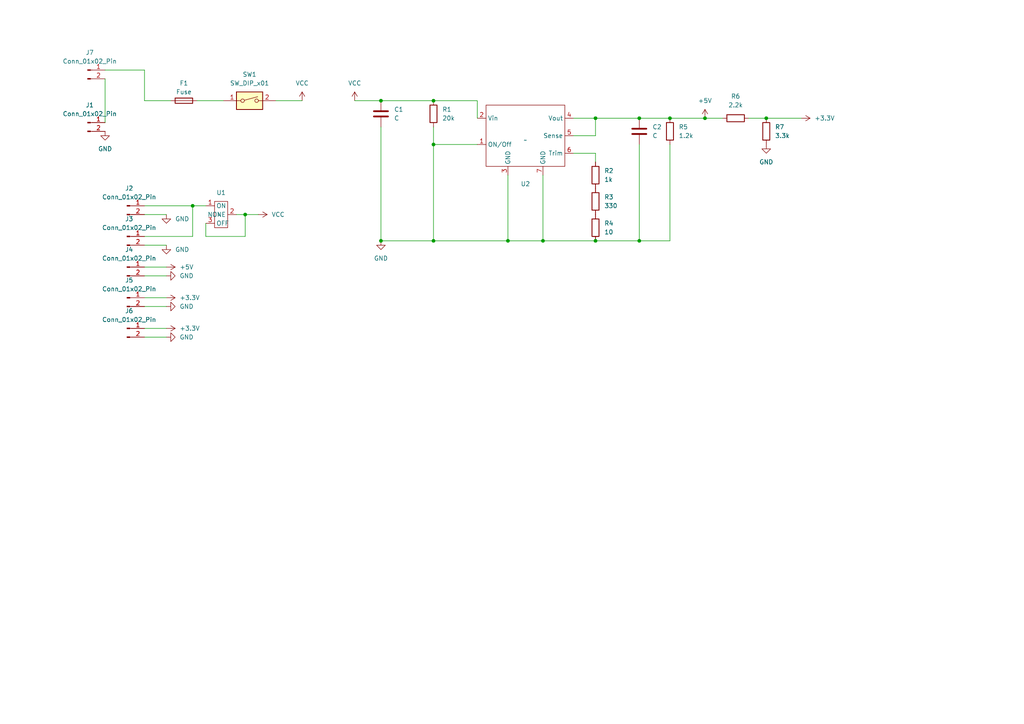
<source format=kicad_sch>
(kicad_sch (version 20230121) (generator eeschema)

  (uuid 7ce36aaa-a8a8-484e-a1da-24c0c4efb2bb)

  (paper "A4")

  (lib_symbols
    (symbol "@toguru:toguru" (in_bom yes) (on_board yes)
      (property "Reference" "U" (at 0 0 0)
        (effects (font (size 1.27 1.27)))
      )
      (property "Value" "" (at 0 0 0)
        (effects (font (size 1.27 1.27)))
      )
      (property "Footprint" "" (at 0 0 0)
        (effects (font (size 1.27 1.27)) hide)
      )
      (property "Datasheet" "" (at 0 0 0)
        (effects (font (size 1.27 1.27)) hide)
      )
      (symbol "toguru_0_1"
        (rectangle (start -3.81 2.54) (end 3.81 -1.27)
          (stroke (width 0) (type default))
          (fill (type none))
        )
      )
      (symbol "toguru_1_1"
        (pin passive line (at -2.54 -3.81 90) (length 2.54)
          (name "ON" (effects (font (size 1.27 1.27))))
          (number "1" (effects (font (size 1.27 1.27))))
        )
        (pin passive line (at 0 5.08 270) (length 2.54)
          (name "NONE" (effects (font (size 1.27 1.27))))
          (number "2" (effects (font (size 1.27 1.27))))
        )
        (pin passive line (at 2.54 -3.81 90) (length 2.54)
          (name "OFF" (effects (font (size 1.27 1.27))))
          (number "3" (effects (font (size 1.27 1.27))))
        )
      )
    )
    (symbol "Connector:Conn_01x02_Pin" (pin_names (offset 1.016) hide) (in_bom yes) (on_board yes)
      (property "Reference" "J" (at 0 2.54 0)
        (effects (font (size 1.27 1.27)))
      )
      (property "Value" "Conn_01x02_Pin" (at 0 -5.08 0)
        (effects (font (size 1.27 1.27)))
      )
      (property "Footprint" "" (at 0 0 0)
        (effects (font (size 1.27 1.27)) hide)
      )
      (property "Datasheet" "~" (at 0 0 0)
        (effects (font (size 1.27 1.27)) hide)
      )
      (property "ki_locked" "" (at 0 0 0)
        (effects (font (size 1.27 1.27)))
      )
      (property "ki_keywords" "connector" (at 0 0 0)
        (effects (font (size 1.27 1.27)) hide)
      )
      (property "ki_description" "Generic connector, single row, 01x02, script generated" (at 0 0 0)
        (effects (font (size 1.27 1.27)) hide)
      )
      (property "ki_fp_filters" "Connector*:*_1x??_*" (at 0 0 0)
        (effects (font (size 1.27 1.27)) hide)
      )
      (symbol "Conn_01x02_Pin_1_1"
        (polyline
          (pts
            (xy 1.27 -2.54)
            (xy 0.8636 -2.54)
          )
          (stroke (width 0.1524) (type default))
          (fill (type none))
        )
        (polyline
          (pts
            (xy 1.27 0)
            (xy 0.8636 0)
          )
          (stroke (width 0.1524) (type default))
          (fill (type none))
        )
        (rectangle (start 0.8636 -2.413) (end 0 -2.667)
          (stroke (width 0.1524) (type default))
          (fill (type outline))
        )
        (rectangle (start 0.8636 0.127) (end 0 -0.127)
          (stroke (width 0.1524) (type default))
          (fill (type outline))
        )
        (pin passive line (at 5.08 0 180) (length 3.81)
          (name "Pin_1" (effects (font (size 1.27 1.27))))
          (number "1" (effects (font (size 1.27 1.27))))
        )
        (pin passive line (at 5.08 -2.54 180) (length 3.81)
          (name "Pin_2" (effects (font (size 1.27 1.27))))
          (number "2" (effects (font (size 1.27 1.27))))
        )
      )
    )
    (symbol "Device:C" (pin_numbers hide) (pin_names (offset 0.254)) (in_bom yes) (on_board yes)
      (property "Reference" "C" (at 0.635 2.54 0)
        (effects (font (size 1.27 1.27)) (justify left))
      )
      (property "Value" "C" (at 0.635 -2.54 0)
        (effects (font (size 1.27 1.27)) (justify left))
      )
      (property "Footprint" "" (at 0.9652 -3.81 0)
        (effects (font (size 1.27 1.27)) hide)
      )
      (property "Datasheet" "~" (at 0 0 0)
        (effects (font (size 1.27 1.27)) hide)
      )
      (property "ki_keywords" "cap capacitor" (at 0 0 0)
        (effects (font (size 1.27 1.27)) hide)
      )
      (property "ki_description" "Unpolarized capacitor" (at 0 0 0)
        (effects (font (size 1.27 1.27)) hide)
      )
      (property "ki_fp_filters" "C_*" (at 0 0 0)
        (effects (font (size 1.27 1.27)) hide)
      )
      (symbol "C_0_1"
        (polyline
          (pts
            (xy -2.032 -0.762)
            (xy 2.032 -0.762)
          )
          (stroke (width 0.508) (type default))
          (fill (type none))
        )
        (polyline
          (pts
            (xy -2.032 0.762)
            (xy 2.032 0.762)
          )
          (stroke (width 0.508) (type default))
          (fill (type none))
        )
      )
      (symbol "C_1_1"
        (pin passive line (at 0 3.81 270) (length 2.794)
          (name "~" (effects (font (size 1.27 1.27))))
          (number "1" (effects (font (size 1.27 1.27))))
        )
        (pin passive line (at 0 -3.81 90) (length 2.794)
          (name "~" (effects (font (size 1.27 1.27))))
          (number "2" (effects (font (size 1.27 1.27))))
        )
      )
    )
    (symbol "Device:Fuse" (pin_numbers hide) (pin_names (offset 0)) (in_bom yes) (on_board yes)
      (property "Reference" "F" (at 2.032 0 90)
        (effects (font (size 1.27 1.27)))
      )
      (property "Value" "Fuse" (at -1.905 0 90)
        (effects (font (size 1.27 1.27)))
      )
      (property "Footprint" "" (at -1.778 0 90)
        (effects (font (size 1.27 1.27)) hide)
      )
      (property "Datasheet" "~" (at 0 0 0)
        (effects (font (size 1.27 1.27)) hide)
      )
      (property "ki_keywords" "fuse" (at 0 0 0)
        (effects (font (size 1.27 1.27)) hide)
      )
      (property "ki_description" "Fuse" (at 0 0 0)
        (effects (font (size 1.27 1.27)) hide)
      )
      (property "ki_fp_filters" "*Fuse*" (at 0 0 0)
        (effects (font (size 1.27 1.27)) hide)
      )
      (symbol "Fuse_0_1"
        (rectangle (start -0.762 -2.54) (end 0.762 2.54)
          (stroke (width 0.254) (type default))
          (fill (type none))
        )
        (polyline
          (pts
            (xy 0 2.54)
            (xy 0 -2.54)
          )
          (stroke (width 0) (type default))
          (fill (type none))
        )
      )
      (symbol "Fuse_1_1"
        (pin passive line (at 0 3.81 270) (length 1.27)
          (name "~" (effects (font (size 1.27 1.27))))
          (number "1" (effects (font (size 1.27 1.27))))
        )
        (pin passive line (at 0 -3.81 90) (length 1.27)
          (name "~" (effects (font (size 1.27 1.27))))
          (number "2" (effects (font (size 1.27 1.27))))
        )
      )
    )
    (symbol "Device:R" (pin_numbers hide) (pin_names (offset 0)) (in_bom yes) (on_board yes)
      (property "Reference" "R" (at 2.032 0 90)
        (effects (font (size 1.27 1.27)))
      )
      (property "Value" "R" (at 0 0 90)
        (effects (font (size 1.27 1.27)))
      )
      (property "Footprint" "" (at -1.778 0 90)
        (effects (font (size 1.27 1.27)) hide)
      )
      (property "Datasheet" "~" (at 0 0 0)
        (effects (font (size 1.27 1.27)) hide)
      )
      (property "ki_keywords" "R res resistor" (at 0 0 0)
        (effects (font (size 1.27 1.27)) hide)
      )
      (property "ki_description" "Resistor" (at 0 0 0)
        (effects (font (size 1.27 1.27)) hide)
      )
      (property "ki_fp_filters" "R_*" (at 0 0 0)
        (effects (font (size 1.27 1.27)) hide)
      )
      (symbol "R_0_1"
        (rectangle (start -1.016 -2.54) (end 1.016 2.54)
          (stroke (width 0.254) (type default))
          (fill (type none))
        )
      )
      (symbol "R_1_1"
        (pin passive line (at 0 3.81 270) (length 1.27)
          (name "~" (effects (font (size 1.27 1.27))))
          (number "1" (effects (font (size 1.27 1.27))))
        )
        (pin passive line (at 0 -3.81 90) (length 1.27)
          (name "~" (effects (font (size 1.27 1.27))))
          (number "2" (effects (font (size 1.27 1.27))))
        )
      )
    )
    (symbol "Switch:SW_DIP_x01" (pin_names (offset 0) hide) (in_bom yes) (on_board yes)
      (property "Reference" "SW" (at 0 3.81 0)
        (effects (font (size 1.27 1.27)))
      )
      (property "Value" "SW_DIP_x01" (at 0 -3.81 0)
        (effects (font (size 1.27 1.27)))
      )
      (property "Footprint" "" (at 0 0 0)
        (effects (font (size 1.27 1.27)) hide)
      )
      (property "Datasheet" "~" (at 0 0 0)
        (effects (font (size 1.27 1.27)) hide)
      )
      (property "ki_keywords" "dip switch" (at 0 0 0)
        (effects (font (size 1.27 1.27)) hide)
      )
      (property "ki_description" "1x DIP Switch, Single Pole Single Throw (SPST) switch, small symbol" (at 0 0 0)
        (effects (font (size 1.27 1.27)) hide)
      )
      (property "ki_fp_filters" "SW?DIP?x1*" (at 0 0 0)
        (effects (font (size 1.27 1.27)) hide)
      )
      (symbol "SW_DIP_x01_0_0"
        (circle (center -2.032 0) (radius 0.508)
          (stroke (width 0) (type default))
          (fill (type none))
        )
        (polyline
          (pts
            (xy -1.524 0.127)
            (xy 2.3622 1.1684)
          )
          (stroke (width 0) (type default))
          (fill (type none))
        )
        (circle (center 2.032 0) (radius 0.508)
          (stroke (width 0) (type default))
          (fill (type none))
        )
      )
      (symbol "SW_DIP_x01_0_1"
        (rectangle (start -3.81 2.54) (end 3.81 -2.54)
          (stroke (width 0.254) (type default))
          (fill (type background))
        )
      )
      (symbol "SW_DIP_x01_1_1"
        (pin passive line (at -7.62 0 0) (length 5.08)
          (name "~" (effects (font (size 1.27 1.27))))
          (number "1" (effects (font (size 1.27 1.27))))
        )
        (pin passive line (at 7.62 0 180) (length 5.08)
          (name "~" (effects (font (size 1.27 1.27))))
          (number "2" (effects (font (size 1.27 1.27))))
        )
      )
    )
    (symbol "dcdc:dcdc" (in_bom yes) (on_board yes)
      (property "Reference" "U2" (at 0 -12.7 0)
        (effects (font (size 1.27 1.27)))
      )
      (property "Value" "~" (at 0 0 0)
        (effects (font (size 1.27 1.27)))
      )
      (property "Footprint" "" (at 0 0 0)
        (effects (font (size 1.27 1.27)) hide)
      )
      (property "Datasheet" "" (at 0 0 0)
        (effects (font (size 1.27 1.27)) hide)
      )
      (symbol "dcdc_0_1"
        (rectangle (start -11.43 10.16) (end 11.43 -7.62)
          (stroke (width 0) (type default))
          (fill (type none))
        )
      )
      (symbol "dcdc_1_1"
        (pin passive line (at -13.97 -1.27 0) (length 2.54)
          (name "ON/Off" (effects (font (size 1.27 1.27))))
          (number "1" (effects (font (size 1.27 1.27))))
        )
        (pin passive line (at -13.97 6.35 0) (length 2.54)
          (name "Vin" (effects (font (size 1.27 1.27))))
          (number "2" (effects (font (size 1.27 1.27))))
        )
        (pin passive line (at -5.08 -10.16 90) (length 2.54)
          (name "GND" (effects (font (size 1.27 1.27))))
          (number "3" (effects (font (size 1.27 1.27))))
        )
        (pin passive line (at 13.97 6.35 180) (length 2.54)
          (name "Vout" (effects (font (size 1.27 1.27))))
          (number "4" (effects (font (size 1.27 1.27))))
        )
        (pin passive line (at 13.97 1.27 180) (length 2.54)
          (name "Sense" (effects (font (size 1.27 1.27))))
          (number "5" (effects (font (size 1.27 1.27))))
        )
        (pin passive line (at 13.97 -3.81 180) (length 2.54)
          (name "Trim" (effects (font (size 1.27 1.27))))
          (number "6" (effects (font (size 1.27 1.27))))
        )
        (pin passive line (at 5.08 -10.16 90) (length 2.54)
          (name "GND" (effects (font (size 1.27 1.27))))
          (number "7" (effects (font (size 1.27 1.27))))
        )
      )
    )
    (symbol "power:+3.3V" (power) (pin_names (offset 0)) (in_bom yes) (on_board yes)
      (property "Reference" "#PWR" (at 0 -3.81 0)
        (effects (font (size 1.27 1.27)) hide)
      )
      (property "Value" "+3.3V" (at 0 3.556 0)
        (effects (font (size 1.27 1.27)))
      )
      (property "Footprint" "" (at 0 0 0)
        (effects (font (size 1.27 1.27)) hide)
      )
      (property "Datasheet" "" (at 0 0 0)
        (effects (font (size 1.27 1.27)) hide)
      )
      (property "ki_keywords" "global power" (at 0 0 0)
        (effects (font (size 1.27 1.27)) hide)
      )
      (property "ki_description" "Power symbol creates a global label with name \"+3.3V\"" (at 0 0 0)
        (effects (font (size 1.27 1.27)) hide)
      )
      (symbol "+3.3V_0_1"
        (polyline
          (pts
            (xy -0.762 1.27)
            (xy 0 2.54)
          )
          (stroke (width 0) (type default))
          (fill (type none))
        )
        (polyline
          (pts
            (xy 0 0)
            (xy 0 2.54)
          )
          (stroke (width 0) (type default))
          (fill (type none))
        )
        (polyline
          (pts
            (xy 0 2.54)
            (xy 0.762 1.27)
          )
          (stroke (width 0) (type default))
          (fill (type none))
        )
      )
      (symbol "+3.3V_1_1"
        (pin power_in line (at 0 0 90) (length 0) hide
          (name "+3.3V" (effects (font (size 1.27 1.27))))
          (number "1" (effects (font (size 1.27 1.27))))
        )
      )
    )
    (symbol "power:+5V" (power) (pin_names (offset 0)) (in_bom yes) (on_board yes)
      (property "Reference" "#PWR" (at 0 -3.81 0)
        (effects (font (size 1.27 1.27)) hide)
      )
      (property "Value" "+5V" (at 0 3.556 0)
        (effects (font (size 1.27 1.27)))
      )
      (property "Footprint" "" (at 0 0 0)
        (effects (font (size 1.27 1.27)) hide)
      )
      (property "Datasheet" "" (at 0 0 0)
        (effects (font (size 1.27 1.27)) hide)
      )
      (property "ki_keywords" "global power" (at 0 0 0)
        (effects (font (size 1.27 1.27)) hide)
      )
      (property "ki_description" "Power symbol creates a global label with name \"+5V\"" (at 0 0 0)
        (effects (font (size 1.27 1.27)) hide)
      )
      (symbol "+5V_0_1"
        (polyline
          (pts
            (xy -0.762 1.27)
            (xy 0 2.54)
          )
          (stroke (width 0) (type default))
          (fill (type none))
        )
        (polyline
          (pts
            (xy 0 0)
            (xy 0 2.54)
          )
          (stroke (width 0) (type default))
          (fill (type none))
        )
        (polyline
          (pts
            (xy 0 2.54)
            (xy 0.762 1.27)
          )
          (stroke (width 0) (type default))
          (fill (type none))
        )
      )
      (symbol "+5V_1_1"
        (pin power_in line (at 0 0 90) (length 0) hide
          (name "+5V" (effects (font (size 1.27 1.27))))
          (number "1" (effects (font (size 1.27 1.27))))
        )
      )
    )
    (symbol "power:GND" (power) (pin_names (offset 0)) (in_bom yes) (on_board yes)
      (property "Reference" "#PWR" (at 0 -6.35 0)
        (effects (font (size 1.27 1.27)) hide)
      )
      (property "Value" "GND" (at 0 -3.81 0)
        (effects (font (size 1.27 1.27)))
      )
      (property "Footprint" "" (at 0 0 0)
        (effects (font (size 1.27 1.27)) hide)
      )
      (property "Datasheet" "" (at 0 0 0)
        (effects (font (size 1.27 1.27)) hide)
      )
      (property "ki_keywords" "global power" (at 0 0 0)
        (effects (font (size 1.27 1.27)) hide)
      )
      (property "ki_description" "Power symbol creates a global label with name \"GND\" , ground" (at 0 0 0)
        (effects (font (size 1.27 1.27)) hide)
      )
      (symbol "GND_0_1"
        (polyline
          (pts
            (xy 0 0)
            (xy 0 -1.27)
            (xy 1.27 -1.27)
            (xy 0 -2.54)
            (xy -1.27 -1.27)
            (xy 0 -1.27)
          )
          (stroke (width 0) (type default))
          (fill (type none))
        )
      )
      (symbol "GND_1_1"
        (pin power_in line (at 0 0 270) (length 0) hide
          (name "GND" (effects (font (size 1.27 1.27))))
          (number "1" (effects (font (size 1.27 1.27))))
        )
      )
    )
    (symbol "power:VCC" (power) (pin_names (offset 0)) (in_bom yes) (on_board yes)
      (property "Reference" "#PWR" (at 0 -3.81 0)
        (effects (font (size 1.27 1.27)) hide)
      )
      (property "Value" "VCC" (at 0 3.81 0)
        (effects (font (size 1.27 1.27)))
      )
      (property "Footprint" "" (at 0 0 0)
        (effects (font (size 1.27 1.27)) hide)
      )
      (property "Datasheet" "" (at 0 0 0)
        (effects (font (size 1.27 1.27)) hide)
      )
      (property "ki_keywords" "global power" (at 0 0 0)
        (effects (font (size 1.27 1.27)) hide)
      )
      (property "ki_description" "Power symbol creates a global label with name \"VCC\"" (at 0 0 0)
        (effects (font (size 1.27 1.27)) hide)
      )
      (symbol "VCC_0_1"
        (polyline
          (pts
            (xy -0.762 1.27)
            (xy 0 2.54)
          )
          (stroke (width 0) (type default))
          (fill (type none))
        )
        (polyline
          (pts
            (xy 0 0)
            (xy 0 2.54)
          )
          (stroke (width 0) (type default))
          (fill (type none))
        )
        (polyline
          (pts
            (xy 0 2.54)
            (xy 0.762 1.27)
          )
          (stroke (width 0) (type default))
          (fill (type none))
        )
      )
      (symbol "VCC_1_1"
        (pin power_in line (at 0 0 90) (length 0) hide
          (name "VCC" (effects (font (size 1.27 1.27))))
          (number "1" (effects (font (size 1.27 1.27))))
        )
      )
    )
  )

  (junction (at 185.42 34.29) (diameter 0) (color 0 0 0 0)
    (uuid 0980e7b4-2772-412b-9062-03739f491a9f)
  )
  (junction (at 204.47 34.29) (diameter 0) (color 0 0 0 0)
    (uuid 0ee2d041-82c6-4eab-b8b7-f4a1e7e41ca6)
  )
  (junction (at 125.73 41.91) (diameter 0) (color 0 0 0 0)
    (uuid 1fa45590-229a-4a32-a618-8c44bb7bc49b)
  )
  (junction (at 55.88 59.69) (diameter 0) (color 0 0 0 0)
    (uuid 2b36c0b0-250b-4b47-a337-9cd7f5850c24)
  )
  (junction (at 110.49 29.21) (diameter 0) (color 0 0 0 0)
    (uuid 58e40b56-cf5d-4c03-81e3-61b4f37ade83)
  )
  (junction (at 125.73 29.21) (diameter 0) (color 0 0 0 0)
    (uuid 6b40e480-ad0a-4d2b-8a6d-0c31f998c2ff)
  )
  (junction (at 185.42 69.85) (diameter 0) (color 0 0 0 0)
    (uuid 6fc7fc59-6730-4276-bcba-24e259f5fe5f)
  )
  (junction (at 110.49 69.85) (diameter 0) (color 0 0 0 0)
    (uuid 7b6d464b-6a21-4af3-87f9-13578ff90e2a)
  )
  (junction (at 172.72 69.85) (diameter 0) (color 0 0 0 0)
    (uuid 87923ef3-e05b-4fd6-b716-7e5a73e78e34)
  )
  (junction (at 194.31 34.29) (diameter 0) (color 0 0 0 0)
    (uuid 8d79e606-b836-4cf6-a6a2-50b83b3072b0)
  )
  (junction (at 147.32 69.85) (diameter 0) (color 0 0 0 0)
    (uuid 92701c3b-5b4b-4f2b-8d7b-d053d2bdfda7)
  )
  (junction (at 157.48 69.85) (diameter 0) (color 0 0 0 0)
    (uuid 94a8c25d-244f-4ddb-b4b6-d63b3b113360)
  )
  (junction (at 125.73 69.85) (diameter 0) (color 0 0 0 0)
    (uuid a9100521-f684-42ac-b621-6950509ea56b)
  )
  (junction (at 222.25 34.29) (diameter 0) (color 0 0 0 0)
    (uuid af795ceb-3259-469c-9ac9-488705962abd)
  )
  (junction (at 172.72 34.29) (diameter 0) (color 0 0 0 0)
    (uuid b12a6f2a-d163-4a3c-9ce4-59b526209c03)
  )
  (junction (at 71.12 62.23) (diameter 0) (color 0 0 0 0)
    (uuid e67904f6-843b-4f2f-a4a4-ec10ceadff8f)
  )

  (wire (pts (xy 125.73 29.21) (xy 138.43 29.21))
    (stroke (width 0) (type default))
    (uuid 025fc161-e286-4c5e-ae99-42a40deed446)
  )
  (wire (pts (xy 41.91 95.25) (xy 48.26 95.25))
    (stroke (width 0) (type default))
    (uuid 04020bfe-aab6-48f8-8b8c-a726cbcb01d2)
  )
  (wire (pts (xy 157.48 50.8) (xy 157.48 69.85))
    (stroke (width 0) (type default))
    (uuid 0e2fedb7-f5ca-4ee0-ac64-a3dad569a44f)
  )
  (wire (pts (xy 41.91 77.47) (xy 48.26 77.47))
    (stroke (width 0) (type default))
    (uuid 12f2e8db-67e7-4186-a75d-23f0aef01677)
  )
  (wire (pts (xy 172.72 69.85) (xy 185.42 69.85))
    (stroke (width 0) (type default))
    (uuid 15399601-f495-400f-9270-a4e838dec5ab)
  )
  (wire (pts (xy 102.87 29.21) (xy 110.49 29.21))
    (stroke (width 0) (type default))
    (uuid 17fa0690-1516-4366-a282-3809c86d9662)
  )
  (wire (pts (xy 41.91 68.58) (xy 55.88 68.58))
    (stroke (width 0) (type default))
    (uuid 1b8b8b8b-0750-48f6-9bcb-f958d2ab7fcd)
  )
  (wire (pts (xy 41.91 80.01) (xy 48.26 80.01))
    (stroke (width 0) (type default))
    (uuid 257caa08-244e-4f4e-b28f-7f54da8d138f)
  )
  (wire (pts (xy 166.37 34.29) (xy 172.72 34.29))
    (stroke (width 0) (type default))
    (uuid 2abfd58a-7ecf-4fa7-9bcd-f76d12d35233)
  )
  (wire (pts (xy 125.73 41.91) (xy 138.43 41.91))
    (stroke (width 0) (type default))
    (uuid 2accc509-3d27-4739-b6c8-c8e4ee41033f)
  )
  (wire (pts (xy 110.49 36.83) (xy 110.49 69.85))
    (stroke (width 0) (type default))
    (uuid 2efaeca4-023b-4cf9-80e8-06a0585349a1)
  )
  (wire (pts (xy 166.37 44.45) (xy 172.72 44.45))
    (stroke (width 0) (type default))
    (uuid 2f86edef-e902-4320-8ef5-8625c16eeeac)
  )
  (wire (pts (xy 41.91 71.12) (xy 48.26 71.12))
    (stroke (width 0) (type default))
    (uuid 330a67b0-2461-402d-b53f-62e810fcaf6f)
  )
  (wire (pts (xy 125.73 41.91) (xy 125.73 69.85))
    (stroke (width 0) (type default))
    (uuid 40b536c1-68be-40dc-aa94-73e9a0c92313)
  )
  (wire (pts (xy 185.42 41.91) (xy 185.42 69.85))
    (stroke (width 0) (type default))
    (uuid 4a4d189a-11a1-4a90-b826-30221d86f46f)
  )
  (wire (pts (xy 125.73 36.83) (xy 125.73 41.91))
    (stroke (width 0) (type default))
    (uuid 4c289e8e-411c-4e43-a9e0-fead8f279186)
  )
  (wire (pts (xy 71.12 68.58) (xy 71.12 62.23))
    (stroke (width 0) (type default))
    (uuid 4c6ecb74-984b-4fd8-baaf-bdf945c1290b)
  )
  (wire (pts (xy 194.31 41.91) (xy 194.31 69.85))
    (stroke (width 0) (type default))
    (uuid 51bbda0b-ac17-4089-969c-bea0859b7813)
  )
  (wire (pts (xy 147.32 69.85) (xy 157.48 69.85))
    (stroke (width 0) (type default))
    (uuid 5823f74c-cc3c-4069-b6b9-803d349e07f9)
  )
  (wire (pts (xy 41.91 88.9) (xy 48.26 88.9))
    (stroke (width 0) (type default))
    (uuid 58b153c1-53b4-4393-aa10-6198db8b20d0)
  )
  (wire (pts (xy 41.91 97.79) (xy 48.26 97.79))
    (stroke (width 0) (type default))
    (uuid 664fcadf-ca58-430c-afcc-c49011e1d62c)
  )
  (wire (pts (xy 185.42 69.85) (xy 194.31 69.85))
    (stroke (width 0) (type default))
    (uuid 6732f01a-c5ac-4412-8c77-b05a98d41147)
  )
  (wire (pts (xy 41.91 59.69) (xy 55.88 59.69))
    (stroke (width 0) (type default))
    (uuid 6d510722-7c90-42e7-9e67-dc6bcd8e4272)
  )
  (wire (pts (xy 138.43 29.21) (xy 138.43 34.29))
    (stroke (width 0) (type default))
    (uuid 6f42883b-86b1-49b9-aa9b-13aac03249fe)
  )
  (wire (pts (xy 55.88 59.69) (xy 59.69 59.69))
    (stroke (width 0) (type default))
    (uuid 7199fd40-3c9a-4746-b806-9a61c290d716)
  )
  (wire (pts (xy 172.72 39.37) (xy 172.72 34.29))
    (stroke (width 0) (type default))
    (uuid 740615b8-f991-4cfc-99e4-ad39add8fcc9)
  )
  (wire (pts (xy 222.25 34.29) (xy 232.41 34.29))
    (stroke (width 0) (type default))
    (uuid 797a8bad-2ccd-4fb8-8d1f-dcb96919b0bb)
  )
  (wire (pts (xy 172.72 44.45) (xy 172.72 46.99))
    (stroke (width 0) (type default))
    (uuid 8353f92d-8f08-4f44-b7a2-c6405dcb5bfc)
  )
  (wire (pts (xy 204.47 34.29) (xy 209.55 34.29))
    (stroke (width 0) (type default))
    (uuid 92cb3bfe-7448-4cf7-a31f-3e8083e5801f)
  )
  (wire (pts (xy 80.01 29.21) (xy 87.63 29.21))
    (stroke (width 0) (type default))
    (uuid 97302aed-f98f-4628-aace-78a14854e6d9)
  )
  (wire (pts (xy 125.73 69.85) (xy 147.32 69.85))
    (stroke (width 0) (type default))
    (uuid 9baa96ee-3d3d-4b8d-8b4f-6c95c56f2945)
  )
  (wire (pts (xy 30.48 20.32) (xy 41.91 20.32))
    (stroke (width 0) (type default))
    (uuid 9d94d2c8-dc50-4a96-9a5b-707b874c3864)
  )
  (wire (pts (xy 166.37 39.37) (xy 172.72 39.37))
    (stroke (width 0) (type default))
    (uuid a0df0075-f0e1-4c19-afe4-90f6cd29f8c0)
  )
  (wire (pts (xy 41.91 86.36) (xy 48.26 86.36))
    (stroke (width 0) (type default))
    (uuid a4e50231-d892-4058-bd7e-b4017d673da3)
  )
  (wire (pts (xy 41.91 20.32) (xy 41.91 29.21))
    (stroke (width 0) (type default))
    (uuid a5abb935-bf18-42c8-bd7d-313d08f60672)
  )
  (wire (pts (xy 59.69 64.77) (xy 59.69 68.58))
    (stroke (width 0) (type default))
    (uuid b1d6052d-a6ec-4fee-817b-095c56be45ad)
  )
  (wire (pts (xy 147.32 50.8) (xy 147.32 69.85))
    (stroke (width 0) (type default))
    (uuid b6890856-9d89-4631-bfb9-6efd613af36f)
  )
  (wire (pts (xy 157.48 69.85) (xy 172.72 69.85))
    (stroke (width 0) (type default))
    (uuid c0586808-1450-4979-a829-046ac51fd69e)
  )
  (wire (pts (xy 185.42 34.29) (xy 194.31 34.29))
    (stroke (width 0) (type default))
    (uuid c9412164-9f0a-4501-8b92-ff473aca7d54)
  )
  (wire (pts (xy 172.72 34.29) (xy 185.42 34.29))
    (stroke (width 0) (type default))
    (uuid ce0a8ac4-8966-4423-a176-6a64b5b45bd4)
  )
  (wire (pts (xy 74.93 62.23) (xy 71.12 62.23))
    (stroke (width 0) (type default))
    (uuid d1342bd4-7a3c-49de-9d25-e5fb9500aa95)
  )
  (wire (pts (xy 55.88 68.58) (xy 55.88 59.69))
    (stroke (width 0) (type default))
    (uuid e097e495-9e77-4aa9-a325-004db3e2bda5)
  )
  (wire (pts (xy 41.91 29.21) (xy 49.53 29.21))
    (stroke (width 0) (type default))
    (uuid e7db9051-8cd7-4897-84df-af834e33472c)
  )
  (wire (pts (xy 110.49 69.85) (xy 125.73 69.85))
    (stroke (width 0) (type default))
    (uuid e86ad4bc-6413-4632-be17-3e610a4b308e)
  )
  (wire (pts (xy 57.15 29.21) (xy 64.77 29.21))
    (stroke (width 0) (type default))
    (uuid e9c8d53a-a96a-4d35-a270-5ec0edaac023)
  )
  (wire (pts (xy 71.12 62.23) (xy 68.58 62.23))
    (stroke (width 0) (type default))
    (uuid eaa9229f-079e-42fe-ad45-c6cd538ffee8)
  )
  (wire (pts (xy 59.69 68.58) (xy 71.12 68.58))
    (stroke (width 0) (type default))
    (uuid ee3cf2c8-9b29-4351-b59e-70c24ed45900)
  )
  (wire (pts (xy 217.17 34.29) (xy 222.25 34.29))
    (stroke (width 0) (type default))
    (uuid f6452ef2-14d6-470b-8c74-99900684cbcf)
  )
  (wire (pts (xy 194.31 34.29) (xy 204.47 34.29))
    (stroke (width 0) (type default))
    (uuid f89a06bb-5b67-444f-8575-46fedf7d63fb)
  )
  (wire (pts (xy 110.49 29.21) (xy 125.73 29.21))
    (stroke (width 0) (type default))
    (uuid fb2a23e7-2947-419c-aca6-1197e8a17e2f)
  )
  (wire (pts (xy 41.91 62.23) (xy 48.26 62.23))
    (stroke (width 0) (type default))
    (uuid fb633f2e-5487-40fd-9ff8-2967cfff5491)
  )
  (wire (pts (xy 30.48 22.86) (xy 30.48 35.56))
    (stroke (width 0) (type default))
    (uuid fe83562e-09b1-4b0a-aec1-91c10edb3c04)
  )

  (symbol (lib_id "Device:R") (at 222.25 38.1 0) (unit 1)
    (in_bom yes) (on_board yes) (dnp no)
    (uuid 06053e22-319a-458c-b978-cbfeaa75702d)
    (property "Reference" "R7" (at 224.79 36.83 0)
      (effects (font (size 1.27 1.27)) (justify left))
    )
    (property "Value" "3.3k" (at 224.79 39.37 0)
      (effects (font (size 1.27 1.27)) (justify left))
    )
    (property "Footprint" "" (at 220.472 38.1 90)
      (effects (font (size 1.27 1.27)) hide)
    )
    (property "Datasheet" "~" (at 222.25 38.1 0)
      (effects (font (size 1.27 1.27)) hide)
    )
    (pin "1" (uuid cc6e6cc5-937d-4c94-aed0-62ee8ca5f69f))
    (pin "2" (uuid 7d287b72-51ac-4668-a729-1f5c8dc66900))
    (instances
      (project "dengen"
        (path "/7ce36aaa-a8a8-484e-a1da-24c0c4efb2bb"
          (reference "R7") (unit 1)
        )
      )
    )
  )

  (symbol (lib_id "power:GND") (at 48.26 97.79 90) (unit 1)
    (in_bom yes) (on_board yes) (dnp no) (fields_autoplaced)
    (uuid 161aea7e-9b33-4f01-9a76-e3cdd16a2d0b)
    (property "Reference" "#PWR019" (at 54.61 97.79 0)
      (effects (font (size 1.27 1.27)) hide)
    )
    (property "Value" "GND" (at 52.07 97.79 90)
      (effects (font (size 1.27 1.27)) (justify right))
    )
    (property "Footprint" "" (at 48.26 97.79 0)
      (effects (font (size 1.27 1.27)) hide)
    )
    (property "Datasheet" "" (at 48.26 97.79 0)
      (effects (font (size 1.27 1.27)) hide)
    )
    (pin "1" (uuid e3970a34-606b-490a-8833-1a144f4a17e6))
    (instances
      (project "dengen"
        (path "/7ce36aaa-a8a8-484e-a1da-24c0c4efb2bb"
          (reference "#PWR019") (unit 1)
        )
      )
    )
  )

  (symbol (lib_id "power:+3.3V") (at 232.41 34.29 270) (unit 1)
    (in_bom yes) (on_board yes) (dnp no) (fields_autoplaced)
    (uuid 1ffd3367-09e0-457a-ac42-805048e5c608)
    (property "Reference" "#PWR014" (at 228.6 34.29 0)
      (effects (font (size 1.27 1.27)) hide)
    )
    (property "Value" "+3.3V" (at 236.22 34.29 90)
      (effects (font (size 1.27 1.27)) (justify left))
    )
    (property "Footprint" "" (at 232.41 34.29 0)
      (effects (font (size 1.27 1.27)) hide)
    )
    (property "Datasheet" "" (at 232.41 34.29 0)
      (effects (font (size 1.27 1.27)) hide)
    )
    (pin "1" (uuid c828b76f-559e-41ea-8e66-8ec240778562))
    (instances
      (project "dengen"
        (path "/7ce36aaa-a8a8-484e-a1da-24c0c4efb2bb"
          (reference "#PWR014") (unit 1)
        )
      )
    )
  )

  (symbol (lib_id "Connector:Conn_01x02_Pin") (at 36.83 77.47 0) (unit 1)
    (in_bom yes) (on_board yes) (dnp no) (fields_autoplaced)
    (uuid 29ada4b2-127a-4a1d-9ef7-30e9916993a1)
    (property "Reference" "J4" (at 37.465 72.39 0)
      (effects (font (size 1.27 1.27)))
    )
    (property "Value" "Conn_01x02_Pin" (at 37.465 74.93 0)
      (effects (font (size 1.27 1.27)))
    )
    (property "Footprint" "" (at 36.83 77.47 0)
      (effects (font (size 1.27 1.27)) hide)
    )
    (property "Datasheet" "~" (at 36.83 77.47 0)
      (effects (font (size 1.27 1.27)) hide)
    )
    (pin "1" (uuid 0e74fba4-9033-46ed-b984-0f90eb32aef7))
    (pin "2" (uuid 97275a34-e59a-4803-96ff-6e4d180d9075))
    (instances
      (project "dengen"
        (path "/7ce36aaa-a8a8-484e-a1da-24c0c4efb2bb"
          (reference "J4") (unit 1)
        )
      )
    )
  )

  (symbol (lib_id "power:GND") (at 30.48 38.1 0) (unit 1)
    (in_bom yes) (on_board yes) (dnp no) (fields_autoplaced)
    (uuid 2fc6530f-4118-483e-a4d1-20f2c839cdfd)
    (property "Reference" "#PWR012" (at 30.48 44.45 0)
      (effects (font (size 1.27 1.27)) hide)
    )
    (property "Value" "GND" (at 30.48 43.18 0)
      (effects (font (size 1.27 1.27)))
    )
    (property "Footprint" "" (at 30.48 38.1 0)
      (effects (font (size 1.27 1.27)) hide)
    )
    (property "Datasheet" "" (at 30.48 38.1 0)
      (effects (font (size 1.27 1.27)) hide)
    )
    (pin "1" (uuid e55d716e-a095-44a3-9d27-78f820ac394a))
    (instances
      (project "dengen"
        (path "/7ce36aaa-a8a8-484e-a1da-24c0c4efb2bb"
          (reference "#PWR012") (unit 1)
        )
      )
    )
  )

  (symbol (lib_id "Connector:Conn_01x02_Pin") (at 36.83 86.36 0) (unit 1)
    (in_bom yes) (on_board yes) (dnp no) (fields_autoplaced)
    (uuid 38eac6c3-7e20-4de2-b38a-9a6774373314)
    (property "Reference" "J5" (at 37.465 81.28 0)
      (effects (font (size 1.27 1.27)))
    )
    (property "Value" "Conn_01x02_Pin" (at 37.465 83.82 0)
      (effects (font (size 1.27 1.27)))
    )
    (property "Footprint" "" (at 36.83 86.36 0)
      (effects (font (size 1.27 1.27)) hide)
    )
    (property "Datasheet" "~" (at 36.83 86.36 0)
      (effects (font (size 1.27 1.27)) hide)
    )
    (pin "1" (uuid 7dfb4727-7acf-4de9-bfbd-1aecd61c9e62))
    (pin "2" (uuid 1934fc26-c0b5-495a-8695-8da06d001e4e))
    (instances
      (project "dengen"
        (path "/7ce36aaa-a8a8-484e-a1da-24c0c4efb2bb"
          (reference "J5") (unit 1)
        )
      )
    )
  )

  (symbol (lib_id "Connector:Conn_01x02_Pin") (at 25.4 20.32 0) (unit 1)
    (in_bom yes) (on_board yes) (dnp no) (fields_autoplaced)
    (uuid 3a120ace-5959-4c1d-985a-fafe035c4327)
    (property "Reference" "J7" (at 26.035 15.24 0)
      (effects (font (size 1.27 1.27)))
    )
    (property "Value" "Conn_01x02_Pin" (at 26.035 17.78 0)
      (effects (font (size 1.27 1.27)))
    )
    (property "Footprint" "" (at 25.4 20.32 0)
      (effects (font (size 1.27 1.27)) hide)
    )
    (property "Datasheet" "~" (at 25.4 20.32 0)
      (effects (font (size 1.27 1.27)) hide)
    )
    (pin "1" (uuid efdd8b5d-36e2-40ea-bcfd-05e141abe901))
    (pin "2" (uuid a6740f8b-fbd9-4592-a412-12a76066a6e4))
    (instances
      (project "dengen"
        (path "/7ce36aaa-a8a8-484e-a1da-24c0c4efb2bb"
          (reference "J7") (unit 1)
        )
      )
    )
  )

  (symbol (lib_id "power:VCC") (at 87.63 29.21 0) (unit 1)
    (in_bom yes) (on_board yes) (dnp no) (fields_autoplaced)
    (uuid 3ee922ad-a3b2-4872-9cd1-8dded75cf518)
    (property "Reference" "#PWR02" (at 87.63 33.02 0)
      (effects (font (size 1.27 1.27)) hide)
    )
    (property "Value" "VCC" (at 87.63 24.13 0)
      (effects (font (size 1.27 1.27)))
    )
    (property "Footprint" "" (at 87.63 29.21 0)
      (effects (font (size 1.27 1.27)) hide)
    )
    (property "Datasheet" "" (at 87.63 29.21 0)
      (effects (font (size 1.27 1.27)) hide)
    )
    (pin "1" (uuid e815218b-d8a9-48f9-860a-80ac303804ee))
    (instances
      (project "dengen"
        (path "/7ce36aaa-a8a8-484e-a1da-24c0c4efb2bb"
          (reference "#PWR02") (unit 1)
        )
      )
    )
  )

  (symbol (lib_id "power:VCC") (at 102.87 29.21 0) (unit 1)
    (in_bom yes) (on_board yes) (dnp no) (fields_autoplaced)
    (uuid 417df866-fa25-4528-81a5-08a73aea5a16)
    (property "Reference" "#PWR07" (at 102.87 33.02 0)
      (effects (font (size 1.27 1.27)) hide)
    )
    (property "Value" "VCC" (at 102.87 24.13 0)
      (effects (font (size 1.27 1.27)))
    )
    (property "Footprint" "" (at 102.87 29.21 0)
      (effects (font (size 1.27 1.27)) hide)
    )
    (property "Datasheet" "" (at 102.87 29.21 0)
      (effects (font (size 1.27 1.27)) hide)
    )
    (pin "1" (uuid 098d12a6-8d69-444e-b89d-71a14a6cddcd))
    (instances
      (project "dengen"
        (path "/7ce36aaa-a8a8-484e-a1da-24c0c4efb2bb"
          (reference "#PWR07") (unit 1)
        )
      )
    )
  )

  (symbol (lib_id "power:+5V") (at 204.47 34.29 0) (unit 1)
    (in_bom yes) (on_board yes) (dnp no) (fields_autoplaced)
    (uuid 43de87b4-43c8-4bc6-a6dd-35060802751c)
    (property "Reference" "#PWR010" (at 204.47 38.1 0)
      (effects (font (size 1.27 1.27)) hide)
    )
    (property "Value" "+5V" (at 204.47 29.21 0)
      (effects (font (size 1.27 1.27)))
    )
    (property "Footprint" "" (at 204.47 34.29 0)
      (effects (font (size 1.27 1.27)) hide)
    )
    (property "Datasheet" "" (at 204.47 34.29 0)
      (effects (font (size 1.27 1.27)) hide)
    )
    (pin "1" (uuid db2126d8-26e1-49d2-9533-6d4c08cf485d))
    (instances
      (project "dengen"
        (path "/7ce36aaa-a8a8-484e-a1da-24c0c4efb2bb"
          (reference "#PWR010") (unit 1)
        )
      )
    )
  )

  (symbol (lib_id "power:GND") (at 110.49 69.85 0) (unit 1)
    (in_bom yes) (on_board yes) (dnp no) (fields_autoplaced)
    (uuid 49349ddc-e31c-4a6f-81d2-dfc544e6cc17)
    (property "Reference" "#PWR08" (at 110.49 76.2 0)
      (effects (font (size 1.27 1.27)) hide)
    )
    (property "Value" "GND" (at 110.49 74.93 0)
      (effects (font (size 1.27 1.27)))
    )
    (property "Footprint" "" (at 110.49 69.85 0)
      (effects (font (size 1.27 1.27)) hide)
    )
    (property "Datasheet" "" (at 110.49 69.85 0)
      (effects (font (size 1.27 1.27)) hide)
    )
    (pin "1" (uuid 06e676fa-1bee-4b60-aaf7-ca9402ac1e87))
    (instances
      (project "dengen"
        (path "/7ce36aaa-a8a8-484e-a1da-24c0c4efb2bb"
          (reference "#PWR08") (unit 1)
        )
      )
    )
  )

  (symbol (lib_id "power:GND") (at 48.26 62.23 0) (unit 1)
    (in_bom yes) (on_board yes) (dnp no) (fields_autoplaced)
    (uuid 56802461-8b56-41bc-b001-37c1c61df1ed)
    (property "Reference" "#PWR04" (at 48.26 68.58 0)
      (effects (font (size 1.27 1.27)) hide)
    )
    (property "Value" "GND" (at 50.8 63.5 0)
      (effects (font (size 1.27 1.27)) (justify left))
    )
    (property "Footprint" "" (at 48.26 62.23 0)
      (effects (font (size 1.27 1.27)) hide)
    )
    (property "Datasheet" "" (at 48.26 62.23 0)
      (effects (font (size 1.27 1.27)) hide)
    )
    (pin "1" (uuid 1b706a25-0411-491a-adbf-9f0e2ae8dd64))
    (instances
      (project "dengen"
        (path "/7ce36aaa-a8a8-484e-a1da-24c0c4efb2bb"
          (reference "#PWR04") (unit 1)
        )
      )
    )
  )

  (symbol (lib_id "power:VCC") (at 74.93 62.23 270) (unit 1)
    (in_bom yes) (on_board yes) (dnp no) (fields_autoplaced)
    (uuid 67ea96ac-86a9-48fd-a14b-e52d7b866cb9)
    (property "Reference" "#PWR01" (at 71.12 62.23 0)
      (effects (font (size 1.27 1.27)) hide)
    )
    (property "Value" "VCC" (at 78.74 62.23 90)
      (effects (font (size 1.27 1.27)) (justify left))
    )
    (property "Footprint" "" (at 74.93 62.23 0)
      (effects (font (size 1.27 1.27)) hide)
    )
    (property "Datasheet" "" (at 74.93 62.23 0)
      (effects (font (size 1.27 1.27)) hide)
    )
    (pin "1" (uuid 2928f00f-9b3a-4b7e-968a-ab6ee0ba2487))
    (instances
      (project "dengen"
        (path "/7ce36aaa-a8a8-484e-a1da-24c0c4efb2bb"
          (reference "#PWR01") (unit 1)
        )
      )
    )
  )

  (symbol (lib_id "Connector:Conn_01x02_Pin") (at 36.83 95.25 0) (unit 1)
    (in_bom yes) (on_board yes) (dnp no) (fields_autoplaced)
    (uuid 6b127f28-a5bb-4530-b493-2b407d43f7ce)
    (property "Reference" "J6" (at 37.465 90.17 0)
      (effects (font (size 1.27 1.27)))
    )
    (property "Value" "Conn_01x02_Pin" (at 37.465 92.71 0)
      (effects (font (size 1.27 1.27)))
    )
    (property "Footprint" "" (at 36.83 95.25 0)
      (effects (font (size 1.27 1.27)) hide)
    )
    (property "Datasheet" "~" (at 36.83 95.25 0)
      (effects (font (size 1.27 1.27)) hide)
    )
    (pin "1" (uuid fe08d1c8-c8e8-48ef-90c7-ab33c6592e36))
    (pin "2" (uuid 731b1e38-7b79-4089-bff9-7163499689e8))
    (instances
      (project "dengen"
        (path "/7ce36aaa-a8a8-484e-a1da-24c0c4efb2bb"
          (reference "J6") (unit 1)
        )
      )
    )
  )

  (symbol (lib_id "power:+3.3V") (at 48.26 95.25 270) (unit 1)
    (in_bom yes) (on_board yes) (dnp no) (fields_autoplaced)
    (uuid 6e7e018f-854a-496c-8f31-b09a581d5c24)
    (property "Reference" "#PWR016" (at 44.45 95.25 0)
      (effects (font (size 1.27 1.27)) hide)
    )
    (property "Value" "+3.3V" (at 52.07 95.25 90)
      (effects (font (size 1.27 1.27)) (justify left))
    )
    (property "Footprint" "" (at 48.26 95.25 0)
      (effects (font (size 1.27 1.27)) hide)
    )
    (property "Datasheet" "" (at 48.26 95.25 0)
      (effects (font (size 1.27 1.27)) hide)
    )
    (pin "1" (uuid 27910949-10f0-493a-85e8-bb6d40e8a8b3))
    (instances
      (project "dengen"
        (path "/7ce36aaa-a8a8-484e-a1da-24c0c4efb2bb"
          (reference "#PWR016") (unit 1)
        )
      )
    )
  )

  (symbol (lib_id "Connector:Conn_01x02_Pin") (at 36.83 59.69 0) (unit 1)
    (in_bom yes) (on_board yes) (dnp no) (fields_autoplaced)
    (uuid 72a73053-936d-4f24-b24c-1943c600cf37)
    (property "Reference" "J2" (at 37.465 54.61 0)
      (effects (font (size 1.27 1.27)))
    )
    (property "Value" "Conn_01x02_Pin" (at 37.465 57.15 0)
      (effects (font (size 1.27 1.27)))
    )
    (property "Footprint" "" (at 36.83 59.69 0)
      (effects (font (size 1.27 1.27)) hide)
    )
    (property "Datasheet" "~" (at 36.83 59.69 0)
      (effects (font (size 1.27 1.27)) hide)
    )
    (pin "1" (uuid 95cc4041-5a38-47a9-ab34-945ece028816))
    (pin "2" (uuid 97a958b0-778c-4ab7-899f-65f7dd4a6eae))
    (instances
      (project "dengen"
        (path "/7ce36aaa-a8a8-484e-a1da-24c0c4efb2bb"
          (reference "J2") (unit 1)
        )
      )
    )
  )

  (symbol (lib_id "Device:C") (at 110.49 33.02 0) (unit 1)
    (in_bom yes) (on_board yes) (dnp no) (fields_autoplaced)
    (uuid 86d134d7-e38e-43fe-8d64-bb61b1add92b)
    (property "Reference" "C1" (at 114.3 31.75 0)
      (effects (font (size 1.27 1.27)) (justify left))
    )
    (property "Value" "C" (at 114.3 34.29 0)
      (effects (font (size 1.27 1.27)) (justify left))
    )
    (property "Footprint" "" (at 111.4552 36.83 0)
      (effects (font (size 1.27 1.27)) hide)
    )
    (property "Datasheet" "~" (at 110.49 33.02 0)
      (effects (font (size 1.27 1.27)) hide)
    )
    (pin "2" (uuid 41ddf7c7-373f-4934-8b13-ea692d1c85c8))
    (pin "1" (uuid 7ad49d9e-e294-423e-9cd9-6d9145cf463a))
    (instances
      (project "dengen"
        (path "/7ce36aaa-a8a8-484e-a1da-24c0c4efb2bb"
          (reference "C1") (unit 1)
        )
      )
    )
  )

  (symbol (lib_id "power:GND") (at 222.25 41.91 0) (unit 1)
    (in_bom yes) (on_board yes) (dnp no) (fields_autoplaced)
    (uuid 881e7121-7b2b-4ed6-82d7-ce67e931fdf7)
    (property "Reference" "#PWR013" (at 222.25 48.26 0)
      (effects (font (size 1.27 1.27)) hide)
    )
    (property "Value" "GND" (at 222.25 46.99 0)
      (effects (font (size 1.27 1.27)))
    )
    (property "Footprint" "" (at 222.25 41.91 0)
      (effects (font (size 1.27 1.27)) hide)
    )
    (property "Datasheet" "" (at 222.25 41.91 0)
      (effects (font (size 1.27 1.27)) hide)
    )
    (pin "1" (uuid 4caf5d94-1ed6-436e-a734-a625031506b6))
    (instances
      (project "dengen"
        (path "/7ce36aaa-a8a8-484e-a1da-24c0c4efb2bb"
          (reference "#PWR013") (unit 1)
        )
      )
    )
  )

  (symbol (lib_id "Device:Fuse") (at 53.34 29.21 90) (unit 1)
    (in_bom yes) (on_board yes) (dnp no) (fields_autoplaced)
    (uuid 9c5e0af9-5304-4bff-b651-74cfc4b40937)
    (property "Reference" "F1" (at 53.34 24.13 90)
      (effects (font (size 1.27 1.27)))
    )
    (property "Value" "Fuse" (at 53.34 26.67 90)
      (effects (font (size 1.27 1.27)))
    )
    (property "Footprint" "" (at 53.34 30.988 90)
      (effects (font (size 1.27 1.27)) hide)
    )
    (property "Datasheet" "~" (at 53.34 29.21 0)
      (effects (font (size 1.27 1.27)) hide)
    )
    (pin "2" (uuid 383eeec5-e072-467c-9f87-83a1057ec62c))
    (pin "1" (uuid 5137952a-758e-47ee-b3da-a71cf65e7f2a))
    (instances
      (project "dengen"
        (path "/7ce36aaa-a8a8-484e-a1da-24c0c4efb2bb"
          (reference "F1") (unit 1)
        )
      )
    )
  )

  (symbol (lib_id "Device:R") (at 194.31 38.1 0) (unit 1)
    (in_bom yes) (on_board yes) (dnp no) (fields_autoplaced)
    (uuid b6c6da9f-04de-4c35-b712-d65e8220a9e0)
    (property "Reference" "R5" (at 196.85 36.83 0)
      (effects (font (size 1.27 1.27)) (justify left))
    )
    (property "Value" "1.2k" (at 196.85 39.37 0)
      (effects (font (size 1.27 1.27)) (justify left))
    )
    (property "Footprint" "" (at 192.532 38.1 90)
      (effects (font (size 1.27 1.27)) hide)
    )
    (property "Datasheet" "~" (at 194.31 38.1 0)
      (effects (font (size 1.27 1.27)) hide)
    )
    (pin "1" (uuid cec9c945-2588-4aba-8bb2-ad4e1f743c3c))
    (pin "2" (uuid 4a31d227-643d-48f2-87e4-298eea4a53df))
    (instances
      (project "dengen"
        (path "/7ce36aaa-a8a8-484e-a1da-24c0c4efb2bb"
          (reference "R5") (unit 1)
        )
      )
    )
  )

  (symbol (lib_id "Connector:Conn_01x02_Pin") (at 25.4 35.56 0) (unit 1)
    (in_bom yes) (on_board yes) (dnp no) (fields_autoplaced)
    (uuid bd67d025-12f8-4beb-b9f7-915c25f7441e)
    (property "Reference" "J1" (at 26.035 30.48 0)
      (effects (font (size 1.27 1.27)))
    )
    (property "Value" "Conn_01x02_Pin" (at 26.035 33.02 0)
      (effects (font (size 1.27 1.27)))
    )
    (property "Footprint" "" (at 25.4 35.56 0)
      (effects (font (size 1.27 1.27)) hide)
    )
    (property "Datasheet" "~" (at 25.4 35.56 0)
      (effects (font (size 1.27 1.27)) hide)
    )
    (pin "1" (uuid 1ef69197-a78b-4619-9d7d-e50dedbfffdd))
    (pin "2" (uuid 6f84952f-e6f1-427c-b0ab-97dfa25a6278))
    (instances
      (project "dengen"
        (path "/7ce36aaa-a8a8-484e-a1da-24c0c4efb2bb"
          (reference "J1") (unit 1)
        )
      )
    )
  )

  (symbol (lib_id "@toguru:toguru") (at 63.5 62.23 270) (unit 1)
    (in_bom yes) (on_board yes) (dnp no) (fields_autoplaced)
    (uuid c519eb0c-4e94-4f3e-b5e0-0ab674660384)
    (property "Reference" "U1" (at 64.135 55.88 90)
      (effects (font (size 1.27 1.27)))
    )
    (property "Value" "~" (at 63.5 62.23 0)
      (effects (font (size 1.27 1.27)))
    )
    (property "Footprint" "" (at 63.5 62.23 0)
      (effects (font (size 1.27 1.27)) hide)
    )
    (property "Datasheet" "" (at 63.5 62.23 0)
      (effects (font (size 1.27 1.27)) hide)
    )
    (pin "2" (uuid e3d6552c-e379-4a6d-9af6-dd3c7e2f0531))
    (pin "1" (uuid 225824b6-3f7f-406c-98b6-d4c02e5c365e))
    (pin "3" (uuid 334eaa5f-065f-4af7-8ea8-221f861c91b4))
    (instances
      (project "dengen"
        (path "/7ce36aaa-a8a8-484e-a1da-24c0c4efb2bb"
          (reference "U1") (unit 1)
        )
      )
    )
  )

  (symbol (lib_id "Device:R") (at 172.72 50.8 0) (unit 1)
    (in_bom yes) (on_board yes) (dnp no) (fields_autoplaced)
    (uuid c990345e-9ec1-42f7-ba68-ba9f016205df)
    (property "Reference" "R2" (at 175.26 49.53 0)
      (effects (font (size 1.27 1.27)) (justify left))
    )
    (property "Value" "1k" (at 175.26 52.07 0)
      (effects (font (size 1.27 1.27)) (justify left))
    )
    (property "Footprint" "" (at 170.942 50.8 90)
      (effects (font (size 1.27 1.27)) hide)
    )
    (property "Datasheet" "~" (at 172.72 50.8 0)
      (effects (font (size 1.27 1.27)) hide)
    )
    (pin "1" (uuid 53359b83-7178-40a8-bac6-d56818f5dda6))
    (pin "2" (uuid 8efda84f-5e90-4a20-95df-8afb475fe194))
    (instances
      (project "dengen"
        (path "/7ce36aaa-a8a8-484e-a1da-24c0c4efb2bb"
          (reference "R2") (unit 1)
        )
      )
    )
  )

  (symbol (lib_id "power:GND") (at 48.26 80.01 90) (unit 1)
    (in_bom yes) (on_board yes) (dnp no) (fields_autoplaced)
    (uuid d3592392-eca5-4590-b5ac-5b5dc6da18d0)
    (property "Reference" "#PWR011" (at 54.61 80.01 0)
      (effects (font (size 1.27 1.27)) hide)
    )
    (property "Value" "GND" (at 52.07 80.01 90)
      (effects (font (size 1.27 1.27)) (justify right))
    )
    (property "Footprint" "" (at 48.26 80.01 0)
      (effects (font (size 1.27 1.27)) hide)
    )
    (property "Datasheet" "" (at 48.26 80.01 0)
      (effects (font (size 1.27 1.27)) hide)
    )
    (pin "1" (uuid 39c5135b-0c88-451c-ad24-80ef2d269824))
    (instances
      (project "dengen"
        (path "/7ce36aaa-a8a8-484e-a1da-24c0c4efb2bb"
          (reference "#PWR011") (unit 1)
        )
      )
    )
  )

  (symbol (lib_id "Device:C") (at 185.42 38.1 0) (unit 1)
    (in_bom yes) (on_board yes) (dnp no) (fields_autoplaced)
    (uuid dbc062c4-c3b5-4bfb-a072-f1122213108b)
    (property "Reference" "C2" (at 189.23 36.83 0)
      (effects (font (size 1.27 1.27)) (justify left))
    )
    (property "Value" "C" (at 189.23 39.37 0)
      (effects (font (size 1.27 1.27)) (justify left))
    )
    (property "Footprint" "" (at 186.3852 41.91 0)
      (effects (font (size 1.27 1.27)) hide)
    )
    (property "Datasheet" "~" (at 185.42 38.1 0)
      (effects (font (size 1.27 1.27)) hide)
    )
    (pin "2" (uuid fe37c7a3-c03f-4d81-af9f-502c79e63d3a))
    (pin "1" (uuid 0b7a5981-bb3e-4e22-b09b-8727ac500b03))
    (instances
      (project "dengen"
        (path "/7ce36aaa-a8a8-484e-a1da-24c0c4efb2bb"
          (reference "C2") (unit 1)
        )
      )
    )
  )

  (symbol (lib_id "power:GND") (at 48.26 71.12 0) (unit 1)
    (in_bom yes) (on_board yes) (dnp no) (fields_autoplaced)
    (uuid dc1e5822-10a9-4dcf-963c-b6da594523f6)
    (property "Reference" "#PWR06" (at 48.26 77.47 0)
      (effects (font (size 1.27 1.27)) hide)
    )
    (property "Value" "GND" (at 50.8 72.39 0)
      (effects (font (size 1.27 1.27)) (justify left))
    )
    (property "Footprint" "" (at 48.26 71.12 0)
      (effects (font (size 1.27 1.27)) hide)
    )
    (property "Datasheet" "" (at 48.26 71.12 0)
      (effects (font (size 1.27 1.27)) hide)
    )
    (pin "1" (uuid 1ad5e02a-686b-491f-b395-a2100880387a))
    (instances
      (project "dengen"
        (path "/7ce36aaa-a8a8-484e-a1da-24c0c4efb2bb"
          (reference "#PWR06") (unit 1)
        )
      )
    )
  )

  (symbol (lib_id "Device:R") (at 125.73 33.02 0) (unit 1)
    (in_bom yes) (on_board yes) (dnp no) (fields_autoplaced)
    (uuid dc3084f3-d21f-4319-b003-2aa06dfc65da)
    (property "Reference" "R1" (at 128.27 31.75 0)
      (effects (font (size 1.27 1.27)) (justify left))
    )
    (property "Value" "20k" (at 128.27 34.29 0)
      (effects (font (size 1.27 1.27)) (justify left))
    )
    (property "Footprint" "" (at 123.952 33.02 90)
      (effects (font (size 1.27 1.27)) hide)
    )
    (property "Datasheet" "~" (at 125.73 33.02 0)
      (effects (font (size 1.27 1.27)) hide)
    )
    (pin "1" (uuid 529dead4-bbf0-46ad-bc09-6abf4f1607b3))
    (pin "2" (uuid 4b6c9a79-daef-4a8c-9a1f-9906ea410744))
    (instances
      (project "dengen"
        (path "/7ce36aaa-a8a8-484e-a1da-24c0c4efb2bb"
          (reference "R1") (unit 1)
        )
      )
    )
  )

  (symbol (lib_id "Device:R") (at 172.72 58.42 0) (unit 1)
    (in_bom yes) (on_board yes) (dnp no) (fields_autoplaced)
    (uuid dd994c67-4ad0-459f-a7d5-ea6a3be7c89d)
    (property "Reference" "R3" (at 175.26 57.15 0)
      (effects (font (size 1.27 1.27)) (justify left))
    )
    (property "Value" "330" (at 175.26 59.69 0)
      (effects (font (size 1.27 1.27)) (justify left))
    )
    (property "Footprint" "" (at 170.942 58.42 90)
      (effects (font (size 1.27 1.27)) hide)
    )
    (property "Datasheet" "~" (at 172.72 58.42 0)
      (effects (font (size 1.27 1.27)) hide)
    )
    (pin "1" (uuid 99b835ec-e9bf-4e52-a8b1-5b2c7ca6895d))
    (pin "2" (uuid 8826ec7b-2759-4d7f-a181-5d469d8a5eb5))
    (instances
      (project "dengen"
        (path "/7ce36aaa-a8a8-484e-a1da-24c0c4efb2bb"
          (reference "R3") (unit 1)
        )
      )
    )
  )

  (symbol (lib_id "Connector:Conn_01x02_Pin") (at 36.83 68.58 0) (unit 1)
    (in_bom yes) (on_board yes) (dnp no) (fields_autoplaced)
    (uuid e729cfa9-0334-4fd1-826a-a353b3f5734a)
    (property "Reference" "J3" (at 37.465 63.5 0)
      (effects (font (size 1.27 1.27)))
    )
    (property "Value" "Conn_01x02_Pin" (at 37.465 66.04 0)
      (effects (font (size 1.27 1.27)))
    )
    (property "Footprint" "" (at 36.83 68.58 0)
      (effects (font (size 1.27 1.27)) hide)
    )
    (property "Datasheet" "~" (at 36.83 68.58 0)
      (effects (font (size 1.27 1.27)) hide)
    )
    (pin "1" (uuid 6e2e09ca-8525-4459-a81d-7afadb047139))
    (pin "2" (uuid c5232830-56d1-4420-90df-7b736348ff2d))
    (instances
      (project "dengen"
        (path "/7ce36aaa-a8a8-484e-a1da-24c0c4efb2bb"
          (reference "J3") (unit 1)
        )
      )
    )
  )

  (symbol (lib_id "dcdc:dcdc") (at 152.4 40.64 0) (unit 1)
    (in_bom yes) (on_board yes) (dnp no) (fields_autoplaced)
    (uuid e85a5f9d-c90b-4a13-9f33-2702c7481093)
    (property "Reference" "U2" (at 152.4 53.34 0)
      (effects (font (size 1.27 1.27)))
    )
    (property "Value" "~" (at 152.4 40.64 0)
      (effects (font (size 1.27 1.27)))
    )
    (property "Footprint" "" (at 152.4 40.64 0)
      (effects (font (size 1.27 1.27)) hide)
    )
    (property "Datasheet" "" (at 152.4 40.64 0)
      (effects (font (size 1.27 1.27)) hide)
    )
    (pin "4" (uuid 3d84e61a-6a1e-41df-a015-0672068f4583))
    (pin "1" (uuid 6d323fef-bd35-4d78-b710-6bb7dac505ac))
    (pin "3" (uuid 8fae218f-939f-415e-be80-00a5dd6238c6))
    (pin "6" (uuid 88bda759-f106-40b8-9ed9-a13e33f906e9))
    (pin "2" (uuid 4ee0a9cf-941a-45ac-8573-72027045f7b6))
    (pin "7" (uuid 58a8caba-0a3f-4545-85b7-da076fc10a51))
    (pin "5" (uuid 125fb6f1-3e54-48b6-a81c-c748536d2b0b))
    (instances
      (project "dengen"
        (path "/7ce36aaa-a8a8-484e-a1da-24c0c4efb2bb"
          (reference "U2") (unit 1)
        )
      )
    )
  )

  (symbol (lib_id "Device:R") (at 213.36 34.29 90) (unit 1)
    (in_bom yes) (on_board yes) (dnp no) (fields_autoplaced)
    (uuid ea4c5703-f1eb-4bca-ae7f-3ac74fd57afd)
    (property "Reference" "R6" (at 213.36 27.94 90)
      (effects (font (size 1.27 1.27)))
    )
    (property "Value" "2.2k" (at 213.36 30.48 90)
      (effects (font (size 1.27 1.27)))
    )
    (property "Footprint" "" (at 213.36 36.068 90)
      (effects (font (size 1.27 1.27)) hide)
    )
    (property "Datasheet" "~" (at 213.36 34.29 0)
      (effects (font (size 1.27 1.27)) hide)
    )
    (pin "1" (uuid 34fae7f3-60a2-42cf-882b-3db6fb98499a))
    (pin "2" (uuid b9a3192c-cb53-433c-91db-3cd430ce9d9f))
    (instances
      (project "dengen"
        (path "/7ce36aaa-a8a8-484e-a1da-24c0c4efb2bb"
          (reference "R6") (unit 1)
        )
      )
    )
  )

  (symbol (lib_id "Switch:SW_DIP_x01") (at 72.39 29.21 0) (unit 1)
    (in_bom yes) (on_board yes) (dnp no) (fields_autoplaced)
    (uuid f2a02669-5687-4694-8071-b46430263219)
    (property "Reference" "SW1" (at 72.39 21.59 0)
      (effects (font (size 1.27 1.27)))
    )
    (property "Value" "SW_DIP_x01" (at 72.39 24.13 0)
      (effects (font (size 1.27 1.27)))
    )
    (property "Footprint" "" (at 72.39 29.21 0)
      (effects (font (size 1.27 1.27)) hide)
    )
    (property "Datasheet" "~" (at 72.39 29.21 0)
      (effects (font (size 1.27 1.27)) hide)
    )
    (pin "2" (uuid 6405f3c1-1683-41b3-8358-37d765e8251a))
    (pin "1" (uuid 64b5d333-599b-4dad-9532-c7cac4ea137e))
    (instances
      (project "dengen"
        (path "/7ce36aaa-a8a8-484e-a1da-24c0c4efb2bb"
          (reference "SW1") (unit 1)
        )
      )
    )
  )

  (symbol (lib_id "power:GND") (at 48.26 88.9 90) (unit 1)
    (in_bom yes) (on_board yes) (dnp no) (fields_autoplaced)
    (uuid f2bc23f4-75c3-45b3-89af-b9c9e8eab0e8)
    (property "Reference" "#PWR017" (at 54.61 88.9 0)
      (effects (font (size 1.27 1.27)) hide)
    )
    (property "Value" "GND" (at 52.07 88.9 90)
      (effects (font (size 1.27 1.27)) (justify right))
    )
    (property "Footprint" "" (at 48.26 88.9 0)
      (effects (font (size 1.27 1.27)) hide)
    )
    (property "Datasheet" "" (at 48.26 88.9 0)
      (effects (font (size 1.27 1.27)) hide)
    )
    (pin "1" (uuid 439fadd5-4c8b-4036-b30b-3608750b69be))
    (instances
      (project "dengen"
        (path "/7ce36aaa-a8a8-484e-a1da-24c0c4efb2bb"
          (reference "#PWR017") (unit 1)
        )
      )
    )
  )

  (symbol (lib_id "power:+3.3V") (at 48.26 86.36 270) (unit 1)
    (in_bom yes) (on_board yes) (dnp no) (fields_autoplaced)
    (uuid f472cd63-873b-41d0-bb69-c34484e68a37)
    (property "Reference" "#PWR015" (at 44.45 86.36 0)
      (effects (font (size 1.27 1.27)) hide)
    )
    (property "Value" "+3.3V" (at 52.07 86.36 90)
      (effects (font (size 1.27 1.27)) (justify left))
    )
    (property "Footprint" "" (at 48.26 86.36 0)
      (effects (font (size 1.27 1.27)) hide)
    )
    (property "Datasheet" "" (at 48.26 86.36 0)
      (effects (font (size 1.27 1.27)) hide)
    )
    (pin "1" (uuid 4896588e-1d4a-4c96-99ea-01f4ce4e0545))
    (instances
      (project "dengen"
        (path "/7ce36aaa-a8a8-484e-a1da-24c0c4efb2bb"
          (reference "#PWR015") (unit 1)
        )
      )
    )
  )

  (symbol (lib_id "power:+5V") (at 48.26 77.47 270) (unit 1)
    (in_bom yes) (on_board yes) (dnp no) (fields_autoplaced)
    (uuid f768bbbb-c135-410c-8a86-55948cd5a18f)
    (property "Reference" "#PWR09" (at 44.45 77.47 0)
      (effects (font (size 1.27 1.27)) hide)
    )
    (property "Value" "+5V" (at 52.07 77.47 90)
      (effects (font (size 1.27 1.27)) (justify left))
    )
    (property "Footprint" "" (at 48.26 77.47 0)
      (effects (font (size 1.27 1.27)) hide)
    )
    (property "Datasheet" "" (at 48.26 77.47 0)
      (effects (font (size 1.27 1.27)) hide)
    )
    (pin "1" (uuid d5beab9a-aa28-4288-9794-98883d094c27))
    (instances
      (project "dengen"
        (path "/7ce36aaa-a8a8-484e-a1da-24c0c4efb2bb"
          (reference "#PWR09") (unit 1)
        )
      )
    )
  )

  (symbol (lib_id "Device:R") (at 172.72 66.04 0) (unit 1)
    (in_bom yes) (on_board yes) (dnp no) (fields_autoplaced)
    (uuid fc92ecc6-43d1-49f3-8a28-d7d9dafb9d3f)
    (property "Reference" "R4" (at 175.26 64.77 0)
      (effects (font (size 1.27 1.27)) (justify left))
    )
    (property "Value" "10" (at 175.26 67.31 0)
      (effects (font (size 1.27 1.27)) (justify left))
    )
    (property "Footprint" "" (at 170.942 66.04 90)
      (effects (font (size 1.27 1.27)) hide)
    )
    (property "Datasheet" "~" (at 172.72 66.04 0)
      (effects (font (size 1.27 1.27)) hide)
    )
    (pin "1" (uuid bba3c81f-74ca-47e4-b4b1-0c3b92e0fe91))
    (pin "2" (uuid ce4e4552-613e-4843-ab26-751eda597991))
    (instances
      (project "dengen"
        (path "/7ce36aaa-a8a8-484e-a1da-24c0c4efb2bb"
          (reference "R4") (unit 1)
        )
      )
    )
  )

  (sheet_instances
    (path "/" (page "1"))
  )
)

</source>
